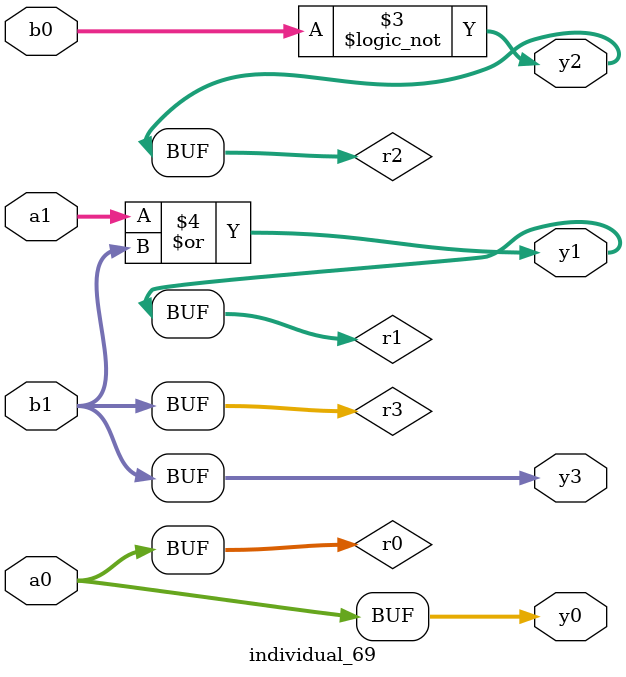
<source format=sv>
module individual_69(input logic [15:0] a1, input logic [15:0] a0, input logic [15:0] b1, input logic [15:0] b0, output logic [15:0] y3, output logic [15:0] y2, output logic [15:0] y1, output logic [15:0] y0);
logic [15:0] r0, r1, r2, r3; 
 always@(*) begin 
	 r0 = a0; r1 = a1; r2 = b0; r3 = b1; 
 	 r2  &=  r3 ;
 	 r2 = ! b0 ;
 	 r1  |=  r3 ;
 	 y3 = r3; y2 = r2; y1 = r1; y0 = r0; 
end
endmodule
</source>
